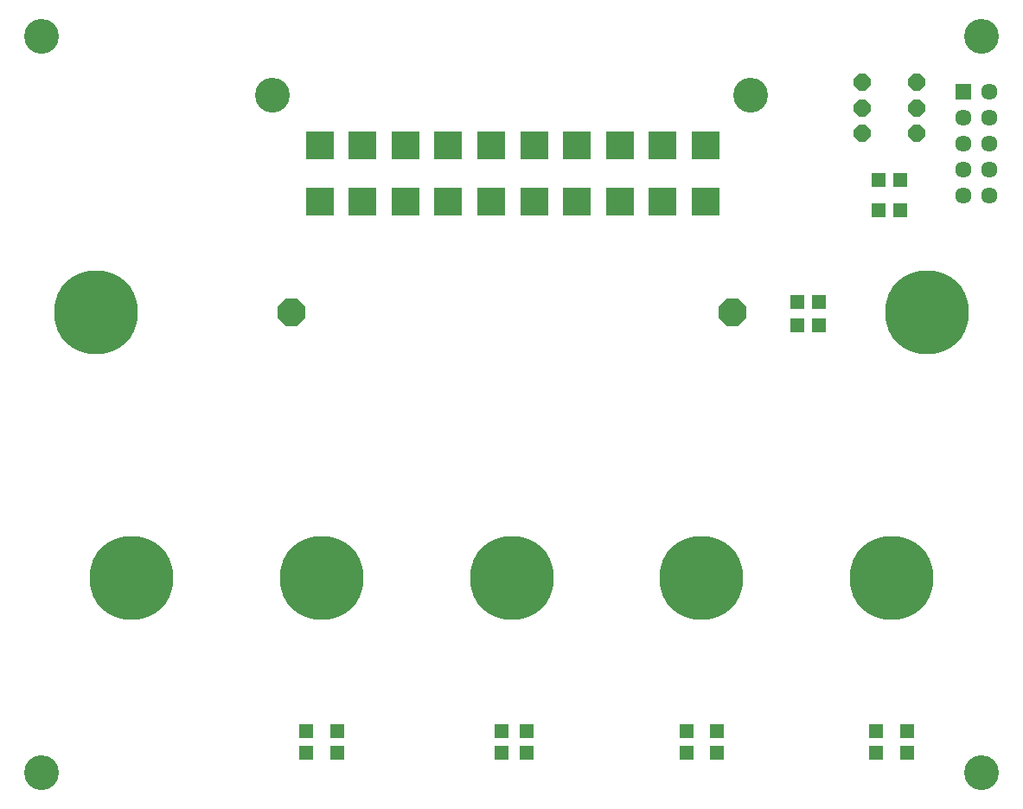
<source format=gbr>
G04 EAGLE Gerber RS-274X export*
G75*
%MOMM*%
%FSLAX34Y34*%
%LPD*%
%INSoldermask Bottom*%
%IPPOS*%
%AMOC8*
5,1,8,0,0,1.08239X$1,22.5*%
G01*
%ADD10P,2.969212X8X202.500000*%
%ADD11C,8.203200*%
%ADD12R,2.753200X2.753200*%
%ADD13C,3.403200*%
%ADD14P,1.745679X8X112.500000*%
%ADD15R,1.612800X1.612800*%
%ADD16C,1.612800*%
%ADD17R,1.403200X1.403200*%


D10*
X715900Y490000D03*
X284100Y490000D03*
D11*
X314000Y230000D03*
X500000Y230000D03*
X686000Y230000D03*
X906650Y490000D03*
X872000Y230000D03*
X93350Y490000D03*
D12*
X312000Y653700D03*
X354000Y653700D03*
X396000Y653700D03*
X438000Y653700D03*
X480000Y653700D03*
X522000Y653700D03*
X564000Y653700D03*
X606000Y653700D03*
X648000Y653700D03*
X690000Y653700D03*
X312000Y598700D03*
X354000Y598700D03*
X396000Y598700D03*
X438000Y598700D03*
X480000Y598700D03*
X522000Y598700D03*
X564000Y598700D03*
X606000Y598700D03*
X648000Y598700D03*
X690000Y598700D03*
D13*
X266000Y703000D03*
X734000Y703000D03*
D11*
X128000Y230000D03*
D14*
X843000Y665000D03*
X843000Y690000D03*
X843000Y715000D03*
X897000Y715000D03*
X897000Y690000D03*
X897000Y665000D03*
D13*
X40000Y40000D03*
X960000Y40000D03*
X960000Y760000D03*
X40000Y760000D03*
D15*
X942300Y705800D03*
D16*
X967700Y705800D03*
X942300Y680400D03*
X967700Y680400D03*
X942300Y655000D03*
X967700Y655000D03*
X942300Y629600D03*
X967700Y629600D03*
X942300Y604200D03*
X967700Y604200D03*
D17*
X887000Y59500D03*
X887000Y80500D03*
X857000Y59500D03*
X857000Y80500D03*
X800500Y500000D03*
X779500Y500000D03*
X800500Y477500D03*
X779500Y477500D03*
X701000Y59500D03*
X701000Y80500D03*
X671000Y59500D03*
X671000Y80500D03*
X515000Y59500D03*
X515000Y80500D03*
X490000Y59500D03*
X490000Y80500D03*
X329000Y59500D03*
X329000Y80500D03*
X299000Y59500D03*
X299000Y80500D03*
X880500Y590000D03*
X859500Y590000D03*
X880500Y620000D03*
X859500Y620000D03*
M02*

</source>
